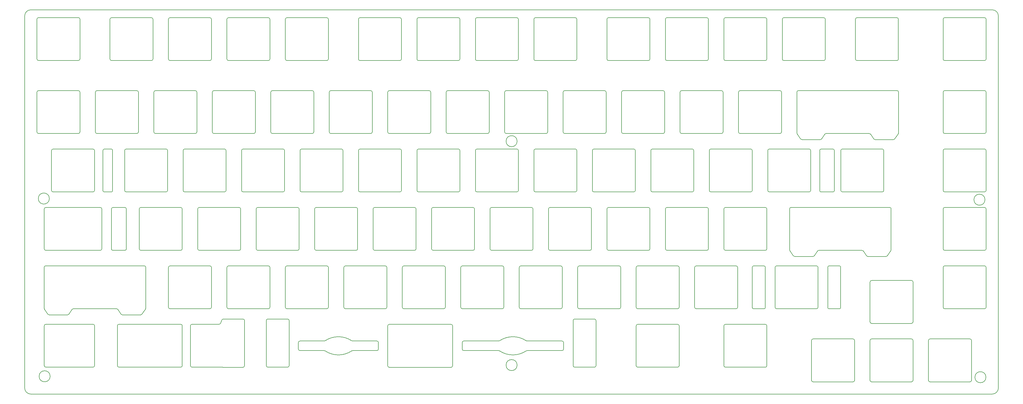
<source format=gm1>
G04 #@! TF.GenerationSoftware,KiCad,Pcbnew,(5.1.7)-1*
G04 #@! TF.CreationDate,2020-12-07T01:10:59-05:00*
G04 #@! TF.ProjectId,lckplate,6c636b70-6c61-4746-952e-6b696361645f,rev?*
G04 #@! TF.SameCoordinates,Original*
G04 #@! TF.FileFunction,Profile,NP*
%FSLAX46Y46*%
G04 Gerber Fmt 4.6, Leading zero omitted, Abs format (unit mm)*
G04 Created by KiCad (PCBNEW (5.1.7)-1) date 2020-12-07 01:10:59*
%MOMM*%
%LPD*%
G01*
G04 APERTURE LIST*
G04 #@! TA.AperFunction,Profile*
%ADD10C,0.200000*%
G04 #@! TD*
G04 APERTURE END LIST*
D10*
X-4480183Y-141909163D02*
X308795167Y-141909163D01*
X7930561Y-115877773D02*
G75*
G02*
X7516500Y-116097500I-414061J280273D01*
G01*
X100093317Y-127823483D02*
G75*
G02*
X100371165Y-127739176I277848J-415693D01*
G01*
X32867956Y-114205339D02*
X31751955Y-115875313D01*
X57351638Y-118830596D02*
X57809545Y-117730196D01*
X47540000Y-119638500D02*
G75*
G02*
X48040000Y-119138500I500000J0D01*
G01*
X57809545Y-117730196D02*
G75*
G02*
X58271172Y-117422292I461627J-192096D01*
G01*
X91410361Y-124523517D02*
G75*
G02*
X91132513Y-124607824I-277848J415693D01*
G01*
X172730157Y-133147280D02*
G75*
G02*
X172230157Y-132647280I0J500000D01*
G01*
X48040000Y-133138500D02*
G75*
G02*
X47540000Y-132638500I0J500000D01*
G01*
X253199911Y-58727673D02*
G75*
G02*
X252785850Y-58947400I-414061J280273D01*
G01*
X58157500Y-133138500D02*
X58157500Y-133173500D01*
X65157500Y-132673500D02*
G75*
G02*
X64657500Y-133173500I-500000J0D01*
G01*
X23504546Y-114097200D02*
G75*
G02*
X23820802Y-114252288I0J-400000D01*
G01*
X58157500Y-133173500D02*
X64657500Y-133173500D01*
X32951700Y-100498000D02*
X32951700Y-113960427D01*
X100371165Y-124607824D02*
G75*
G02*
X100093317Y-124523517I0J500000D01*
G01*
X83220877Y-127739176D02*
G75*
G02*
X82720877Y-127239176I0J500000D01*
G01*
X136587780Y-124607824D02*
X147981003Y-124607824D01*
X148258851Y-124523517D02*
G75*
G02*
X156941807Y-124523517I4341478J-6495363D01*
G01*
X157219655Y-127739176D02*
X168612878Y-127739176D01*
X72754820Y-133147280D02*
G75*
G02*
X72254820Y-132647280I0J500000D01*
G01*
X72254820Y-117922292D02*
G75*
G02*
X72754820Y-117422292I500000J0D01*
G01*
X136587780Y-127739176D02*
G75*
G02*
X136087780Y-127239176I0J500000D01*
G01*
X136087780Y-127239176D02*
X136087780Y-125107824D01*
X157219655Y-124607824D02*
G75*
G02*
X156941807Y-124523517I0J500000D01*
G01*
X169112878Y-127239176D02*
X169112878Y-125107824D01*
X-16321Y-114205339D02*
X1100911Y-115875503D01*
X65157500Y-132673500D02*
X65157500Y-117922292D01*
X56890011Y-119138500D02*
X48040000Y-119138500D01*
X179171515Y-117422292D02*
G75*
G02*
X179671515Y-117922292I0J-500000D01*
G01*
X169112878Y-127239176D02*
G75*
G02*
X168612878Y-127739176I-500000J0D01*
G01*
X25336500Y-116097500D02*
G75*
G02*
X24922600Y-115878012I0J500000D01*
G01*
X108782801Y-127239176D02*
G75*
G02*
X108282801Y-127739176I-500000J0D01*
G01*
X32951700Y-113960427D02*
G75*
G02*
X32867956Y-114205339I-400000J0D01*
G01*
X64657500Y-117422292D02*
G75*
G02*
X65157500Y-117922292I0J-500000D01*
G01*
X147981003Y-127739176D02*
X136587780Y-127739176D01*
X136087780Y-125107824D02*
G75*
G02*
X136587780Y-124607824I500000J0D01*
G01*
X156941807Y-127823483D02*
G75*
G02*
X157219655Y-127739176I277848J-415693D01*
G01*
X246785850Y-58947400D02*
X252785850Y-58947400D01*
X9030833Y-114252288D02*
X7930562Y-115877773D01*
X-16321Y-114205339D02*
G75*
G02*
X-100065Y-113960427I316256J244912D01*
G01*
X147981002Y-127739176D02*
G75*
G02*
X148258850Y-127823483I1J-500000D01*
G01*
X156941807Y-127823484D02*
G75*
G02*
X148258850Y-127823483I-4341478J6495364D01*
G01*
X1516501Y-116097500D02*
G75*
G02*
X1100911Y-115875503I-1J500000D01*
G01*
X57351638Y-118830596D02*
G75*
G02*
X56890011Y-119138500I-461627J192096D01*
G01*
X31751954Y-115875313D02*
G75*
G02*
X31336238Y-116097500I-415716J277813D01*
G01*
X172230157Y-117922292D02*
G75*
G02*
X172730157Y-117422292I500000J0D01*
G01*
X168612878Y-124607824D02*
X157219655Y-124607824D01*
X48040000Y-133138500D02*
X58157500Y-133138500D01*
X82720877Y-125107824D02*
G75*
G02*
X83220877Y-124607824I500000J0D01*
G01*
X79696178Y-132647280D02*
G75*
G02*
X79196178Y-133147280I-500000J0D01*
G01*
X179671515Y-132647280D02*
G75*
G02*
X179171515Y-133147280I-500000J0D01*
G01*
X47540000Y-119638500D02*
X47540000Y-132638500D01*
X79196178Y-117422292D02*
G75*
G02*
X79696178Y-117922292I0J-500000D01*
G01*
X9030833Y-114252288D02*
G75*
G02*
X9347089Y-114097200I316256J-244912D01*
G01*
X270605850Y-58947400D02*
X276605588Y-58947400D01*
X148258851Y-124523517D02*
G75*
G02*
X147981003Y-124607824I-277848J415693D01*
G01*
X168612878Y-124607824D02*
G75*
G02*
X169112878Y-125107824I0J-500000D01*
G01*
X32551700Y-100098000D02*
G75*
G02*
X32951700Y-100498000I0J-400000D01*
G01*
X91132513Y-127739176D02*
G75*
G02*
X91410361Y-127823483I0J-500000D01*
G01*
X108282801Y-124607824D02*
G75*
G02*
X108782801Y-125107824I0J-500000D01*
G01*
X299935Y-100098000D02*
X32551700Y-100098000D01*
X254616439Y-56947100D02*
X268773896Y-56947100D01*
X244404300Y-97047400D02*
X250404300Y-97047400D01*
X16283000Y-75497900D02*
G75*
G02*
X15783000Y-75997900I-500000J0D01*
G01*
X268224300Y-97047400D02*
G75*
G02*
X267810400Y-96827912I0J500000D01*
G01*
X268224300Y-97047400D02*
X274224038Y-97047400D01*
X82958100Y-94547500D02*
G75*
G02*
X82458100Y-95047500I-500000J0D01*
G01*
X242871479Y-95155239D02*
G75*
G02*
X242787735Y-94910327I316256J244912D01*
G01*
X25336500Y-116097500D02*
X31336238Y-116097500D01*
X21828428Y-81461365D02*
G75*
G02*
X22228428Y-81061365I400000J0D01*
G01*
X26614065Y-94660565D02*
G75*
G02*
X26214065Y-95060565I-400000J0D01*
G01*
X2283000Y-62497900D02*
G75*
G02*
X2783000Y-61997900I500000J0D01*
G01*
X275755756Y-95155239D02*
X274639755Y-96825213D01*
X251918633Y-95202188D02*
X250818362Y-96827673D01*
X245253029Y-57055239D02*
G75*
G02*
X245169285Y-56810327I316256J244912D01*
G01*
X2783000Y-75997900D02*
X15783000Y-75997900D01*
X278221050Y-43347900D02*
X278221050Y-56810327D01*
X255206857Y-100511465D02*
G75*
G02*
X255606857Y-100111465I400000J0D01*
G01*
X244404301Y-97047400D02*
G75*
G02*
X243988711Y-96825403I-1J500000D01*
G01*
X255606857Y-114110665D02*
G75*
G02*
X255206857Y-113710665I0J400000D01*
G01*
X254300183Y-57102188D02*
X253199912Y-58727673D01*
X278221050Y-56810327D02*
G75*
G02*
X278137306Y-57055239I-400000J0D01*
G01*
X242787735Y-81447900D02*
G75*
G02*
X243187735Y-81047900I400000J0D01*
G01*
X26614065Y-94660565D02*
X26614065Y-81461365D01*
X15783000Y-61997900D02*
X2783000Y-61997900D01*
X16283000Y-75497900D02*
X16283000Y-62497900D01*
X246785851Y-58947400D02*
G75*
G02*
X246370261Y-58725403I-1J500000D01*
G01*
X266708602Y-95202188D02*
X267810400Y-96827912D01*
X275839500Y-94910327D02*
G75*
G02*
X275755756Y-95155239I-400000J0D01*
G01*
X251918633Y-95202188D02*
G75*
G02*
X252234889Y-95047100I316256J-244912D01*
G01*
X69458100Y-95047500D02*
X82458100Y-95047500D01*
X26214065Y-81061365D02*
X22228428Y-81061365D01*
X275439500Y-81047900D02*
G75*
G02*
X275839500Y-81447900I0J-400000D01*
G01*
X259419949Y-113710665D02*
G75*
G02*
X259019949Y-114110665I-400000J0D01*
G01*
X1516500Y-116097500D02*
X7516500Y-116097500D01*
X269090152Y-57102188D02*
X270191950Y-58727912D01*
X245169285Y-56810327D02*
X245169285Y-43347900D01*
X277021304Y-58725213D02*
G75*
G02*
X276605588Y-58947400I-415716J277813D01*
G01*
X278137306Y-57055239D02*
X277021305Y-58725213D01*
X250818361Y-96827673D02*
G75*
G02*
X250404300Y-97047400I-414061J280273D01*
G01*
X242871479Y-95155239D02*
X243988711Y-96825403D01*
X252234889Y-95047100D02*
X266392346Y-95047100D01*
X2783000Y-75997900D02*
G75*
G02*
X2283000Y-75497900I0J500000D01*
G01*
X259019949Y-100111465D02*
X255606857Y-100111465D01*
X82958100Y-94547500D02*
X82958100Y-81547500D01*
X243187735Y-81047900D02*
X275439500Y-81047900D01*
X242787735Y-94910327D02*
X242787735Y-81447900D01*
X274639754Y-96825213D02*
G75*
G02*
X274224038Y-97047400I-415716J277813D01*
G01*
X266392346Y-95047100D02*
G75*
G02*
X266708602Y-95202188I0J-400000D01*
G01*
X259419949Y-113710665D02*
X259419949Y-100511465D01*
X255606857Y-114110665D02*
X259019949Y-114110665D01*
X15783000Y-61997900D02*
G75*
G02*
X16283000Y-62497900I0J-500000D01*
G01*
X2283000Y-62497900D02*
X2283000Y-75497900D01*
X22228428Y-95060565D02*
X26214065Y-95060565D01*
X82458100Y-81047500D02*
G75*
G02*
X82958100Y-81547500I0J-500000D01*
G01*
X26214065Y-81061365D02*
G75*
G02*
X26614065Y-81461365I0J-400000D01*
G01*
X270605850Y-58947400D02*
G75*
G02*
X270191950Y-58727912I0J500000D01*
G01*
X255206857Y-100511465D02*
X255206857Y-113710665D01*
X21828428Y-81461365D02*
X21828428Y-94660565D01*
X245253029Y-57055239D02*
X246370261Y-58725403D01*
X268773896Y-56947100D02*
G75*
G02*
X269090152Y-57102188I0J-400000D01*
G01*
X259019949Y-100111465D02*
G75*
G02*
X259419949Y-100511465I0J-400000D01*
G01*
X22228428Y-95060565D02*
G75*
G02*
X21828428Y-94660565I0J400000D01*
G01*
X275839500Y-81447900D02*
X275839500Y-94910327D01*
X254300183Y-57102188D02*
G75*
G02*
X254616439Y-56947100I316256J-244912D01*
G01*
X149633500Y-113597500D02*
X149633500Y-100597500D01*
X132470500Y-119173500D02*
G75*
G02*
X132970500Y-119673500I0J-500000D01*
G01*
X132970500Y-132673500D02*
G75*
G02*
X132470500Y-133173500I-500000J0D01*
G01*
X140395500Y-62497900D02*
X140395500Y-75497900D01*
X136133500Y-114097500D02*
X149133500Y-114097500D01*
X149133500Y-100097500D02*
X136133500Y-100097500D01*
X35320300Y-32661000D02*
X35320300Y-19661000D01*
X153895500Y-61997900D02*
X140895500Y-61997900D01*
X132970500Y-132673500D02*
X132970500Y-119673500D01*
X112307500Y-133173500D02*
X132470500Y-133173500D01*
X35320300Y-32661000D02*
G75*
G02*
X34820300Y-33161000I-500000J0D01*
G01*
X132470500Y-119173500D02*
X112307500Y-119173500D01*
X154395500Y-75497900D02*
X154395500Y-62497900D01*
X34820300Y-19161000D02*
G75*
G02*
X35320300Y-19661000I0J-500000D01*
G01*
X21320300Y-19661000D02*
X21320300Y-32661000D01*
X111807500Y-119673500D02*
G75*
G02*
X112307500Y-119173500I500000J0D01*
G01*
X69458100Y-95047500D02*
G75*
G02*
X68958100Y-94547500I0J500000D01*
G01*
X68958100Y-81547500D02*
X68958100Y-94547500D01*
X154395500Y-75497900D02*
G75*
G02*
X153895500Y-75997900I-500000J0D01*
G01*
X68958100Y-81547500D02*
G75*
G02*
X69458100Y-81047500I500000J0D01*
G01*
X34820300Y-19161000D02*
X21820300Y-19161000D01*
X282476500Y-123923500D02*
G75*
G02*
X282976500Y-124423500I0J-500000D01*
G01*
X306795500Y-94547500D02*
X306795500Y-81547500D01*
X82458100Y-81047500D02*
X69458100Y-81047500D01*
X306295500Y-81047500D02*
G75*
G02*
X306795500Y-81547500I0J-500000D01*
G01*
X306795500Y-94547500D02*
G75*
G02*
X306295500Y-95047500I-500000J0D01*
G01*
X293295500Y-95047500D02*
X306295500Y-95047500D01*
X188020500Y-43447900D02*
X188020500Y-56447900D01*
X136133500Y-114097500D02*
G75*
G02*
X135633500Y-113597500I0J500000D01*
G01*
X282976500Y-137423500D02*
G75*
G02*
X282476500Y-137923500I-500000J0D01*
G01*
X140395500Y-62497900D02*
G75*
G02*
X140895500Y-61997900I500000J0D01*
G01*
X293295500Y-95047500D02*
G75*
G02*
X292795500Y-94547500I0J500000D01*
G01*
X292795500Y-81547500D02*
X292795500Y-94547500D01*
X306295500Y-81047500D02*
X293295500Y-81047500D01*
X292795500Y-81547500D02*
G75*
G02*
X293295500Y-81047500I500000J0D01*
G01*
X282983500Y-118360500D02*
X282983500Y-105360500D01*
X188520500Y-56947900D02*
G75*
G02*
X188020500Y-56447900I0J500000D01*
G01*
X135633500Y-100597500D02*
X135633500Y-113597500D01*
X21320300Y-19661000D02*
G75*
G02*
X21820300Y-19161000I500000J0D01*
G01*
X140895500Y-75997900D02*
X153895500Y-75997900D01*
X21820300Y-33161000D02*
G75*
G02*
X21320300Y-32661000I0J500000D01*
G01*
X282483500Y-104860500D02*
G75*
G02*
X282983500Y-105360500I0J-500000D01*
G01*
X282983500Y-118360500D02*
G75*
G02*
X282483500Y-118860500I-500000J0D01*
G01*
X202020500Y-56447900D02*
G75*
G02*
X201520500Y-56947900I-500000J0D01*
G01*
X153895500Y-61997900D02*
G75*
G02*
X154395500Y-62497900I0J-500000D01*
G01*
X111807500Y-119673500D02*
X111807500Y-132673500D01*
X282976500Y-137423500D02*
X282976500Y-124423500D01*
X269476500Y-137923500D02*
X282476500Y-137923500D01*
X269483500Y-118860500D02*
X282483500Y-118860500D01*
X149133500Y-100097500D02*
G75*
G02*
X149633500Y-100597500I0J-500000D01*
G01*
X140895500Y-75997900D02*
G75*
G02*
X140395500Y-75497900I0J500000D01*
G01*
X269483500Y-118860500D02*
G75*
G02*
X268983500Y-118360500I0J500000D01*
G01*
X112307500Y-133173500D02*
G75*
G02*
X111807500Y-132673500I0J500000D01*
G01*
X268983500Y-105360500D02*
X268983500Y-118360500D01*
X149633500Y-113597500D02*
G75*
G02*
X149133500Y-114097500I-500000J0D01*
G01*
X282483500Y-104860500D02*
X269483500Y-104860500D01*
X21820300Y-33161000D02*
X34820300Y-33161000D01*
X135633500Y-100597500D02*
G75*
G02*
X136133500Y-100097500I500000J0D01*
G01*
X268983500Y-105360500D02*
G75*
G02*
X269483500Y-104860500I500000J0D01*
G01*
X201520500Y-42947900D02*
G75*
G02*
X202020500Y-43447900I0J-500000D01*
G01*
X202020500Y-56447900D02*
X202020500Y-43447900D01*
X188520500Y-56947900D02*
X201520500Y-56947900D01*
X188020500Y-43447900D02*
G75*
G02*
X188520500Y-42947900I500000J0D01*
G01*
X201520500Y-42947900D02*
X188520500Y-42947900D01*
X73433100Y-113597500D02*
G75*
G02*
X72933100Y-114097500I-500000J0D01*
G01*
X45145500Y-62497900D02*
G75*
G02*
X45645500Y-61997900I500000J0D01*
G01*
X72933100Y-100097500D02*
G75*
G02*
X73433100Y-100597500I0J-500000D01*
G01*
X269476500Y-137923500D02*
G75*
G02*
X268976500Y-137423500I0J500000D01*
G01*
X259957500Y-75997900D02*
X272957500Y-75997900D01*
X183258500Y-81547500D02*
G75*
G02*
X183758500Y-81047500I500000J0D01*
G01*
X226620500Y-56947900D02*
G75*
G02*
X226120500Y-56447900I0J500000D01*
G01*
X59145500Y-75497900D02*
G75*
G02*
X58645500Y-75997900I-500000J0D01*
G01*
X197258500Y-94547500D02*
G75*
G02*
X196758500Y-95047500I-500000J0D01*
G01*
X72933100Y-100097500D02*
X59933100Y-100097500D01*
X235358500Y-94547500D02*
G75*
G02*
X234858500Y-95047500I-500000J0D01*
G01*
X268976500Y-124423500D02*
X268976500Y-137423500D01*
X221070500Y-56447900D02*
G75*
G02*
X220570500Y-56947900I-500000J0D01*
G01*
X59433100Y-100597500D02*
G75*
G02*
X59933100Y-100097500I500000J0D01*
G01*
X58645500Y-61997900D02*
X45645500Y-61997900D01*
X239620500Y-42947900D02*
G75*
G02*
X240120500Y-43447900I0J-500000D01*
G01*
X59933100Y-114097500D02*
X72933100Y-114097500D01*
X87720500Y-56447900D02*
X87720500Y-43447900D01*
X240120500Y-56447900D02*
X240120500Y-43447900D01*
X207570500Y-56947900D02*
G75*
G02*
X207070500Y-56447900I0J500000D01*
G01*
X220570500Y-42947900D02*
X207570500Y-42947900D01*
X226120500Y-43447900D02*
G75*
G02*
X226620500Y-42947900I500000J0D01*
G01*
X221358500Y-81547500D02*
X221358500Y-94547500D01*
X183758500Y-95047500D02*
X196758500Y-95047500D01*
X45145500Y-62497900D02*
X45145500Y-75497900D01*
X272957500Y-61997900D02*
G75*
G02*
X273457500Y-62497900I0J-500000D01*
G01*
X259957500Y-75997900D02*
G75*
G02*
X259457500Y-75497900I0J500000D01*
G01*
X207070500Y-43447900D02*
G75*
G02*
X207570500Y-42947900I500000J0D01*
G01*
X196758500Y-81047500D02*
X183758500Y-81047500D01*
X207570500Y-56947900D02*
X220570500Y-56947900D01*
X45645500Y-75997900D02*
X58645500Y-75997900D01*
X74220500Y-56947900D02*
X87220500Y-56947900D01*
X207070500Y-43447900D02*
X207070500Y-56447900D01*
X273457500Y-75497900D02*
G75*
G02*
X272957500Y-75997900I-500000J0D01*
G01*
X59433100Y-100597500D02*
X59433100Y-113597500D01*
X268976500Y-124423500D02*
G75*
G02*
X269476500Y-123923500I500000J0D01*
G01*
X282476500Y-123923500D02*
X269476500Y-123923500D01*
X273457500Y-75497900D02*
X273457500Y-62497900D01*
X259457500Y-62497900D02*
G75*
G02*
X259957500Y-61997900I500000J0D01*
G01*
X272957500Y-61997900D02*
X259957500Y-61997900D01*
X226620500Y-56947900D02*
X239620500Y-56947900D01*
X196758500Y-81047500D02*
G75*
G02*
X197258500Y-81547500I0J-500000D01*
G01*
X226120500Y-43447900D02*
X226120500Y-56447900D01*
X183258500Y-81547500D02*
X183258500Y-94547500D01*
X45645500Y-75997900D02*
G75*
G02*
X45145500Y-75497900I0J500000D01*
G01*
X221858500Y-95047500D02*
G75*
G02*
X221358500Y-94547500I0J500000D01*
G01*
X197258500Y-94547500D02*
X197258500Y-81547500D01*
X234858500Y-81047500D02*
G75*
G02*
X235358500Y-81547500I0J-500000D01*
G01*
X87720500Y-56447900D02*
G75*
G02*
X87220500Y-56947900I-500000J0D01*
G01*
X221858500Y-95047500D02*
X234858500Y-95047500D01*
X234858500Y-81047500D02*
X221858500Y-81047500D01*
X87220500Y-42947900D02*
G75*
G02*
X87720500Y-43447900I0J-500000D01*
G01*
X239620500Y-42947900D02*
X226620500Y-42947900D01*
X183758500Y-95047500D02*
G75*
G02*
X183258500Y-94547500I0J500000D01*
G01*
X73433100Y-113597500D02*
X73433100Y-100597500D01*
X259457500Y-62497900D02*
X259457500Y-75497900D01*
X240120500Y-56447900D02*
G75*
G02*
X239620500Y-56947900I-500000J0D01*
G01*
X59145500Y-75497900D02*
X59145500Y-62497900D01*
X58645500Y-61997900D02*
G75*
G02*
X59145500Y-62497900I0J-500000D01*
G01*
X221358500Y-81547500D02*
G75*
G02*
X221858500Y-81047500I500000J0D01*
G01*
X220570500Y-42947900D02*
G75*
G02*
X221070500Y-43447900I0J-500000D01*
G01*
X221070500Y-56447900D02*
X221070500Y-43447900D01*
X59933100Y-114097500D02*
G75*
G02*
X59433100Y-113597500I0J500000D01*
G01*
X235358500Y-94547500D02*
X235358500Y-81547500D01*
X198045500Y-75997900D02*
G75*
G02*
X197545500Y-75497900I0J500000D01*
G01*
X235344500Y-32661000D02*
X235344500Y-19661000D01*
X221344500Y-19661000D02*
X221344500Y-32661000D01*
X192783500Y-100597500D02*
G75*
G02*
X193283500Y-100097500I500000J0D01*
G01*
X116295500Y-75497900D02*
G75*
G02*
X115795500Y-75997900I-500000J0D01*
G01*
X193283500Y-114097500D02*
X206283500Y-114097500D01*
X211833500Y-100597500D02*
X211833500Y-113597500D01*
X225833500Y-113597500D02*
G75*
G02*
X225333500Y-114097500I-500000J0D01*
G01*
X73720500Y-43447900D02*
X73720500Y-56447900D01*
X159932500Y-33161000D02*
G75*
G02*
X159432500Y-32661000I0J500000D01*
G01*
X206783500Y-113597500D02*
G75*
G02*
X206283500Y-114097500I-500000J0D01*
G01*
X73720500Y-43447900D02*
G75*
G02*
X74220500Y-42947900I500000J0D01*
G01*
X54383100Y-113597500D02*
X54383100Y-100597500D01*
X211545500Y-75497900D02*
X211545500Y-62497900D01*
X197545500Y-62497900D02*
G75*
G02*
X198045500Y-61997900I500000J0D01*
G01*
X159432500Y-19661000D02*
G75*
G02*
X159932500Y-19161000I500000J0D01*
G01*
X225833500Y-113597500D02*
X225833500Y-100597500D01*
X163920500Y-56447900D02*
X163920500Y-43447900D01*
X193283500Y-114097500D02*
G75*
G02*
X192783500Y-113597500I0J500000D01*
G01*
X234844500Y-19161000D02*
G75*
G02*
X235344500Y-19661000I0J-500000D01*
G01*
X234844500Y-19161000D02*
X221844500Y-19161000D01*
X116295500Y-75497900D02*
X116295500Y-62497900D01*
X150420500Y-56947900D02*
X163420500Y-56947900D01*
X163420500Y-42947900D02*
X150420500Y-42947900D01*
X40883100Y-114097500D02*
X53883100Y-114097500D01*
X212333500Y-114097500D02*
X225333500Y-114097500D01*
X40883100Y-114097500D02*
G75*
G02*
X40383100Y-113597500I0J500000D01*
G01*
X212333500Y-114097500D02*
G75*
G02*
X211833500Y-113597500I0J500000D01*
G01*
X40383100Y-100597500D02*
X40383100Y-113597500D01*
X40383100Y-100597500D02*
G75*
G02*
X40883100Y-100097500I500000J0D01*
G01*
X211045500Y-61997900D02*
G75*
G02*
X211545500Y-62497900I0J-500000D01*
G01*
X206283500Y-100097500D02*
G75*
G02*
X206783500Y-100597500I0J-500000D01*
G01*
X211545500Y-75497900D02*
G75*
G02*
X211045500Y-75997900I-500000J0D01*
G01*
X206283500Y-100097500D02*
X193283500Y-100097500D01*
X149920500Y-43447900D02*
G75*
G02*
X150420500Y-42947900I500000J0D01*
G01*
X159432500Y-19661000D02*
X159432500Y-32661000D01*
X192783500Y-100597500D02*
X192783500Y-113597500D01*
X225333500Y-100097500D02*
X212333500Y-100097500D01*
X221844500Y-33161000D02*
G75*
G02*
X221344500Y-32661000I0J500000D01*
G01*
X221344500Y-19661000D02*
G75*
G02*
X221844500Y-19161000I500000J0D01*
G01*
X102795500Y-75997900D02*
X115795500Y-75997900D01*
X197545500Y-62497900D02*
X197545500Y-75497900D01*
X172932500Y-19161000D02*
X159932500Y-19161000D01*
X172932500Y-19161000D02*
G75*
G02*
X173432500Y-19661000I0J-500000D01*
G01*
X173432500Y-32661000D02*
X173432500Y-19661000D01*
X206783500Y-113597500D02*
X206783500Y-100597500D01*
X211833500Y-100597500D02*
G75*
G02*
X212333500Y-100097500I500000J0D01*
G01*
X225333500Y-100097500D02*
G75*
G02*
X225833500Y-100597500I0J-500000D01*
G01*
X74220500Y-56947900D02*
G75*
G02*
X73720500Y-56447900I0J500000D01*
G01*
X159932500Y-33161000D02*
X172932500Y-33161000D01*
X235344500Y-32661000D02*
G75*
G02*
X234844500Y-33161000I-500000J0D01*
G01*
X87220500Y-42947900D02*
X74220500Y-42947900D01*
X53883100Y-100097500D02*
G75*
G02*
X54383100Y-100597500I0J-500000D01*
G01*
X54383100Y-113597500D02*
G75*
G02*
X53883100Y-114097500I-500000J0D01*
G01*
X150420500Y-56947900D02*
G75*
G02*
X149920500Y-56447900I0J500000D01*
G01*
X173432500Y-32661000D02*
G75*
G02*
X172932500Y-33161000I-500000J0D01*
G01*
X53883100Y-100097500D02*
X40883100Y-100097500D01*
X198045500Y-75997900D02*
X211045500Y-75997900D01*
X211045500Y-61997900D02*
X198045500Y-61997900D01*
X163420500Y-42947900D02*
G75*
G02*
X163920500Y-43447900I0J-500000D01*
G01*
X221844500Y-33161000D02*
X234844500Y-33161000D01*
X163920500Y-56447900D02*
G75*
G02*
X163420500Y-56947900I-500000J0D01*
G01*
X149920500Y-43447900D02*
X149920500Y-56447900D01*
X115795500Y-61997900D02*
G75*
G02*
X116295500Y-62497900I0J-500000D01*
G01*
X202794500Y-33161000D02*
X215794500Y-33161000D01*
X216308500Y-94547500D02*
X216308500Y-81547500D01*
X293295500Y-75997900D02*
X306295500Y-75997900D01*
X215808500Y-81047500D02*
X202808500Y-81047500D01*
X306795500Y-75497900D02*
X306795500Y-62497900D01*
X306795500Y-75497900D02*
G75*
G02*
X306295500Y-75997900I-500000J0D01*
G01*
X145658500Y-95047500D02*
X158658500Y-95047500D01*
X292795500Y-62497900D02*
X292795500Y-75497900D01*
X145658500Y-95047500D02*
G75*
G02*
X145158500Y-94547500I0J500000D01*
G01*
X158658500Y-81047500D02*
X145658500Y-81047500D01*
X140882500Y-33161000D02*
G75*
G02*
X140382500Y-32661000I0J500000D01*
G01*
X202294500Y-19661000D02*
X202294500Y-32661000D01*
X215794500Y-19161000D02*
X202794500Y-19161000D01*
X158658500Y-81047500D02*
G75*
G02*
X159158500Y-81547500I0J-500000D01*
G01*
X145158500Y-81547500D02*
G75*
G02*
X145658500Y-81047500I500000J0D01*
G01*
X26595500Y-75997900D02*
X39595500Y-75997900D01*
X292795500Y-62497900D02*
G75*
G02*
X293295500Y-61997900I500000J0D01*
G01*
X39595500Y-61997900D02*
G75*
G02*
X40095500Y-62497900I0J-500000D01*
G01*
X140382500Y-19661000D02*
G75*
G02*
X140882500Y-19161000I500000J0D01*
G01*
X292795500Y-43447900D02*
G75*
G02*
X293295500Y-42947900I500000J0D01*
G01*
X159158500Y-94547500D02*
X159158500Y-81547500D01*
X140382500Y-19661000D02*
X140382500Y-32661000D01*
X292795500Y-43447900D02*
X292795500Y-56447900D01*
X154382500Y-32661000D02*
G75*
G02*
X153882500Y-33161000I-500000J0D01*
G01*
X40095500Y-75497900D02*
G75*
G02*
X39595500Y-75997900I-500000J0D01*
G01*
X115795500Y-61997900D02*
X102795500Y-61997900D01*
X249926500Y-124423500D02*
X249926500Y-137423500D01*
X263426500Y-123923500D02*
G75*
G02*
X263926500Y-124423500I0J-500000D01*
G01*
X263926500Y-137423500D02*
X263926500Y-124423500D01*
X250426500Y-137923500D02*
G75*
G02*
X249926500Y-137423500I0J500000D01*
G01*
X306295500Y-61997900D02*
X293295500Y-61997900D01*
X153882500Y-19161000D02*
G75*
G02*
X154382500Y-19661000I0J-500000D01*
G01*
X306795500Y-56447900D02*
X306795500Y-43447900D01*
X140882500Y-33161000D02*
X153882500Y-33161000D01*
X306295500Y-42947900D02*
X293295500Y-42947900D01*
X102295500Y-62497900D02*
X102295500Y-75497900D01*
X202808500Y-95047500D02*
X215808500Y-95047500D01*
X202308500Y-81547500D02*
X202308500Y-94547500D01*
X293295500Y-56947900D02*
G75*
G02*
X292795500Y-56447900I0J500000D01*
G01*
X263926500Y-137423500D02*
G75*
G02*
X263426500Y-137923500I-500000J0D01*
G01*
X306295500Y-61997900D02*
G75*
G02*
X306795500Y-62497900I0J-500000D01*
G01*
X154382500Y-32661000D02*
X154382500Y-19661000D01*
X249926500Y-124423500D02*
G75*
G02*
X250426500Y-123923500I500000J0D01*
G01*
X306795500Y-56447900D02*
G75*
G02*
X306295500Y-56947900I-500000J0D01*
G01*
X293295500Y-56947900D02*
X306295500Y-56947900D01*
X102795500Y-75997900D02*
G75*
G02*
X102295500Y-75497900I0J500000D01*
G01*
X102295500Y-62497900D02*
G75*
G02*
X102795500Y-61997900I500000J0D01*
G01*
X159158500Y-94547500D02*
G75*
G02*
X158658500Y-95047500I-500000J0D01*
G01*
X250426500Y-137923500D02*
X263426500Y-137923500D01*
X216308500Y-94547500D02*
G75*
G02*
X215808500Y-95047500I-500000J0D01*
G01*
X202808500Y-95047500D02*
G75*
G02*
X202308500Y-94547500I0J500000D01*
G01*
X306295500Y-42947900D02*
G75*
G02*
X306795500Y-43447900I0J-500000D01*
G01*
X216294500Y-32661000D02*
X216294500Y-19661000D01*
X202294500Y-19661000D02*
G75*
G02*
X202794500Y-19161000I500000J0D01*
G01*
X293295500Y-75997900D02*
G75*
G02*
X292795500Y-75497900I0J500000D01*
G01*
X145158500Y-81547500D02*
X145158500Y-94547500D01*
X153882500Y-19161000D02*
X140882500Y-19161000D01*
X202794500Y-33161000D02*
G75*
G02*
X202294500Y-32661000I0J500000D01*
G01*
X215794500Y-19161000D02*
G75*
G02*
X216294500Y-19661000I0J-500000D01*
G01*
X40095500Y-75497900D02*
X40095500Y-62497900D01*
X263426500Y-123923500D02*
X250426500Y-123923500D01*
X215808500Y-81047500D02*
G75*
G02*
X216308500Y-81547500I0J-500000D01*
G01*
X216294500Y-32661000D02*
G75*
G02*
X215794500Y-33161000I-500000J0D01*
G01*
X202308500Y-81547500D02*
G75*
G02*
X202808500Y-81047500I500000J0D01*
G01*
X301526500Y-123923500D02*
G75*
G02*
X302026500Y-124423500I0J-500000D01*
G01*
X302026500Y-137423500D02*
G75*
G02*
X301526500Y-137923500I-500000J0D01*
G01*
X288526500Y-137923500D02*
X301526500Y-137923500D01*
X134832500Y-19161000D02*
G75*
G02*
X135332500Y-19661000I0J-500000D01*
G01*
X251527500Y-100097500D02*
G75*
G02*
X252027500Y-100597500I0J-500000D01*
G01*
X288026500Y-124423500D02*
G75*
G02*
X288526500Y-123923500I500000J0D01*
G01*
X121832500Y-33161000D02*
G75*
G02*
X121332500Y-32661000I0J500000D01*
G01*
X121332500Y-19661000D02*
G75*
G02*
X121832500Y-19161000I500000J0D01*
G01*
X238027500Y-100597500D02*
G75*
G02*
X238527500Y-100097500I500000J0D01*
G01*
X238527500Y-114097500D02*
G75*
G02*
X238027500Y-113597500I0J500000D01*
G01*
X251527500Y-100097500D02*
X238527500Y-100097500D01*
X288026500Y-124423500D02*
X288026500Y-137423500D01*
X121832500Y-33161000D02*
X134832500Y-33161000D01*
X238027500Y-100597500D02*
X238027500Y-113597500D01*
X249645500Y-75497900D02*
G75*
G02*
X249145500Y-75997900I-500000J0D01*
G01*
X16570500Y-43447900D02*
X16570500Y-56447900D01*
X15799000Y-119138500D02*
G75*
G02*
X16299000Y-119638500I0J-500000D01*
G01*
X-82200Y-119638500D02*
G75*
G02*
X417800Y-119138500I500000J0D01*
G01*
X26595500Y-75997900D02*
G75*
G02*
X26095500Y-75497900I0J500000D01*
G01*
X26095500Y-62497900D02*
X26095500Y-75497900D01*
X26095500Y-62497900D02*
G75*
G02*
X26595500Y-61997900I500000J0D01*
G01*
X39595500Y-61997900D02*
X26595500Y-61997900D01*
X40370300Y-19661000D02*
G75*
G02*
X40870300Y-19161000I500000J0D01*
G01*
X40870300Y-33161000D02*
X53870300Y-33161000D01*
X30070500Y-42947900D02*
G75*
G02*
X30570500Y-43447900I0J-500000D01*
G01*
X30570500Y-56447900D02*
X30570500Y-43447900D01*
X30570500Y-56447900D02*
G75*
G02*
X30070500Y-56947900I-500000J0D01*
G01*
X17070500Y-56947900D02*
X30070500Y-56947900D01*
X97245500Y-75497900D02*
G75*
G02*
X96745500Y-75997900I-500000J0D01*
G01*
X135332500Y-32661000D02*
G75*
G02*
X134832500Y-33161000I-500000J0D01*
G01*
X252027500Y-113597500D02*
X252027500Y-100597500D01*
X53870300Y-19161000D02*
G75*
G02*
X54370300Y-19661000I0J-500000D01*
G01*
X17070500Y-56947900D02*
G75*
G02*
X16570500Y-56447900I0J500000D01*
G01*
X83745500Y-75997900D02*
G75*
G02*
X83245500Y-75497900I0J500000D01*
G01*
X16299000Y-132638500D02*
G75*
G02*
X15799000Y-133138500I-500000J0D01*
G01*
X83245500Y-62497900D02*
G75*
G02*
X83745500Y-61997900I500000J0D01*
G01*
X135332500Y-32661000D02*
X135332500Y-19661000D01*
X16570500Y-43447900D02*
G75*
G02*
X17070500Y-42947900I500000J0D01*
G01*
X236145500Y-75997900D02*
X249145500Y-75997900D01*
X252027500Y-113597500D02*
G75*
G02*
X251527500Y-114097500I-500000J0D01*
G01*
X249645500Y-75497900D02*
X249645500Y-62497900D01*
X96745500Y-61997900D02*
G75*
G02*
X97245500Y-62497900I0J-500000D01*
G01*
X83245500Y-62497900D02*
X83245500Y-75497900D01*
X30070500Y-42947900D02*
X17070500Y-42947900D01*
X16299000Y-132638500D02*
X16299000Y-119638500D01*
X97245500Y-75497900D02*
X97245500Y-62497900D01*
X301526500Y-123923500D02*
X288526500Y-123923500D01*
X96745500Y-61997900D02*
X83745500Y-61997900D01*
X15799000Y-119138500D02*
X417800Y-119138500D01*
X-82200Y-119638500D02*
X-82200Y-132638500D01*
X121332500Y-19661000D02*
X121332500Y-32661000D01*
X54370300Y-32661000D02*
X54370300Y-19661000D01*
X40370300Y-19661000D02*
X40370300Y-32661000D01*
X40870300Y-33161000D02*
G75*
G02*
X40370300Y-32661000I0J500000D01*
G01*
X134832500Y-19161000D02*
X121832500Y-19161000D01*
X288526500Y-137923500D02*
G75*
G02*
X288026500Y-137423500I0J500000D01*
G01*
X249145500Y-61997900D02*
G75*
G02*
X249645500Y-62497900I0J-500000D01*
G01*
X238527500Y-114097500D02*
X251527500Y-114097500D01*
X417800Y-133138500D02*
X15799000Y-133138500D01*
X417800Y-133138500D02*
G75*
G02*
X-82200Y-132638500I0J500000D01*
G01*
X302026500Y-137423500D02*
X302026500Y-124423500D01*
X54370300Y-32661000D02*
G75*
G02*
X53870300Y-33161000I-500000J0D01*
G01*
X53870300Y-19161000D02*
X40870300Y-19161000D01*
X83745500Y-75997900D02*
X96745500Y-75997900D01*
X97533500Y-100597500D02*
G75*
G02*
X98033500Y-100097500I500000J0D01*
G01*
X36120500Y-56947900D02*
G75*
G02*
X35620500Y-56447900I0J500000D01*
G01*
X126608500Y-95047500D02*
X139608500Y-95047500D01*
X68670500Y-56447900D02*
G75*
G02*
X68170500Y-56947900I-500000J0D01*
G01*
X55170500Y-56947900D02*
G75*
G02*
X54670500Y-56447900I0J500000D01*
G01*
X98033500Y-114097500D02*
X111033500Y-114097500D01*
X144370500Y-42947900D02*
G75*
G02*
X144870500Y-43447900I0J-500000D01*
G01*
X168683500Y-113597500D02*
X168683500Y-100597500D01*
X168183500Y-100097500D02*
X155183500Y-100097500D01*
X139608500Y-81047500D02*
X126608500Y-81047500D01*
X111033500Y-100097500D02*
X98033500Y-100097500D01*
X106770500Y-56447900D02*
X106770500Y-43447900D01*
X35620500Y-43447900D02*
G75*
G02*
X36120500Y-42947900I500000J0D01*
G01*
X236145500Y-75997900D02*
G75*
G02*
X235645500Y-75497900I0J500000D01*
G01*
X126608500Y-95047500D02*
G75*
G02*
X126108500Y-94547500I0J500000D01*
G01*
X249145500Y-61997900D02*
X236145500Y-61997900D01*
X130870500Y-43447900D02*
X130870500Y-56447900D01*
X49120500Y-42947900D02*
X36120500Y-42947900D01*
X130870500Y-43447900D02*
G75*
G02*
X131370500Y-42947900I500000J0D01*
G01*
X235645500Y-62497900D02*
X235645500Y-75497900D01*
X54670500Y-43447900D02*
X54670500Y-56447900D01*
X155183500Y-114097500D02*
X168183500Y-114097500D01*
X116282500Y-32661000D02*
G75*
G02*
X115782500Y-33161000I-500000J0D01*
G01*
X111033500Y-100097500D02*
G75*
G02*
X111533500Y-100597500I0J-500000D01*
G01*
X140108500Y-94547500D02*
G75*
G02*
X139608500Y-95047500I-500000J0D01*
G01*
X235645500Y-62497900D02*
G75*
G02*
X236145500Y-61997900I500000J0D01*
G01*
X55170500Y-56947900D02*
X68170500Y-56947900D01*
X68170500Y-42947900D02*
X55170500Y-42947900D01*
X92770500Y-43447900D02*
X92770500Y-56447900D01*
X98033500Y-114097500D02*
G75*
G02*
X97533500Y-113597500I0J500000D01*
G01*
X139608500Y-81047500D02*
G75*
G02*
X140108500Y-81547500I0J-500000D01*
G01*
X106770500Y-56447900D02*
G75*
G02*
X106270500Y-56947900I-500000J0D01*
G01*
X144870500Y-56447900D02*
X144870500Y-43447900D01*
X106270500Y-42947900D02*
X93270500Y-42947900D01*
X49120500Y-42947900D02*
G75*
G02*
X49620500Y-43447900I0J-500000D01*
G01*
X35620500Y-43447900D02*
X35620500Y-56447900D01*
X68170500Y-42947900D02*
G75*
G02*
X68670500Y-43447900I0J-500000D01*
G01*
X68670500Y-56447900D02*
X68670500Y-43447900D01*
X54670500Y-43447900D02*
G75*
G02*
X55170500Y-42947900I500000J0D01*
G01*
X106270500Y-42947900D02*
G75*
G02*
X106770500Y-43447900I0J-500000D01*
G01*
X92770500Y-43447900D02*
G75*
G02*
X93270500Y-42947900I500000J0D01*
G01*
X126108500Y-81547500D02*
X126108500Y-94547500D01*
X168183500Y-100097500D02*
G75*
G02*
X168683500Y-100597500I0J-500000D01*
G01*
X111533500Y-113597500D02*
G75*
G02*
X111033500Y-114097500I-500000J0D01*
G01*
X93270500Y-56947900D02*
G75*
G02*
X92770500Y-56447900I0J500000D01*
G01*
X116282500Y-32661000D02*
X116282500Y-19661000D01*
X131370500Y-56947900D02*
X144370500Y-56947900D01*
X131370500Y-56947900D02*
G75*
G02*
X130870500Y-56447900I0J500000D01*
G01*
X140108500Y-94547500D02*
X140108500Y-81547500D01*
X97533500Y-100597500D02*
X97533500Y-113597500D01*
X115782500Y-19161000D02*
G75*
G02*
X116282500Y-19661000I0J-500000D01*
G01*
X126108500Y-81547500D02*
G75*
G02*
X126608500Y-81047500I500000J0D01*
G01*
X155183500Y-114097500D02*
G75*
G02*
X154683500Y-113597500I0J500000D01*
G01*
X111533500Y-113597500D02*
X111533500Y-100597500D01*
X168683500Y-113597500D02*
G75*
G02*
X168183500Y-114097500I-500000J0D01*
G01*
X49620500Y-56447900D02*
X49620500Y-43447900D01*
X144370500Y-42947900D02*
X131370500Y-42947900D01*
X154683500Y-100597500D02*
G75*
G02*
X155183500Y-100097500I500000J0D01*
G01*
X49620500Y-56447900D02*
G75*
G02*
X49120500Y-56947900I-500000J0D01*
G01*
X144870500Y-56447900D02*
G75*
G02*
X144370500Y-56947900I-500000J0D01*
G01*
X102782500Y-33161000D02*
X115782500Y-33161000D01*
X154683500Y-100597500D02*
X154683500Y-113597500D01*
X93270500Y-56947900D02*
X106270500Y-56947900D01*
X36120500Y-56947900D02*
X49120500Y-56947900D01*
X92483100Y-113597500D02*
G75*
G02*
X91983100Y-114097500I-500000J0D01*
G01*
X111820500Y-43447900D02*
X111820500Y-56447900D01*
X78483100Y-100597500D02*
G75*
G02*
X78983100Y-100097500I500000J0D01*
G01*
X77695500Y-61997900D02*
X64695500Y-61997900D01*
X112320500Y-56947900D02*
X125320500Y-56947900D01*
X64695500Y-75997900D02*
G75*
G02*
X64195500Y-75497900I0J500000D01*
G01*
X168970500Y-43447900D02*
G75*
G02*
X169470500Y-42947900I500000J0D01*
G01*
X169470500Y-56947900D02*
X182470500Y-56947900D01*
X217095500Y-75997900D02*
G75*
G02*
X216595500Y-75497900I0J500000D01*
G01*
X125320500Y-42947900D02*
X112320500Y-42947900D01*
X64695500Y-75997900D02*
X77695500Y-75997900D01*
X11520500Y-32635600D02*
X11520500Y-19635600D01*
X216595500Y-62497900D02*
G75*
G02*
X217095500Y-61997900I500000J0D01*
G01*
X11520500Y-32635600D02*
G75*
G02*
X11020500Y-33135600I-500000J0D01*
G01*
X230095500Y-61997900D02*
X217095500Y-61997900D01*
X278215500Y-32661000D02*
G75*
G02*
X277715500Y-33161000I-500000J0D01*
G01*
X182970500Y-56447900D02*
G75*
G02*
X182470500Y-56947900I-500000J0D01*
G01*
X64195500Y-62497900D02*
X64195500Y-75497900D01*
X92483100Y-113597500D02*
X92483100Y-100597500D01*
X125320500Y-42947900D02*
G75*
G02*
X125820500Y-43447900I0J-500000D01*
G01*
X293290500Y-33161000D02*
G75*
G02*
X292790500Y-32661000I0J500000D01*
G01*
X125820500Y-56447900D02*
G75*
G02*
X125320500Y-56947900I-500000J0D01*
G01*
X264715500Y-33161000D02*
G75*
G02*
X264215500Y-32661000I0J500000D01*
G01*
X77695500Y-61997900D02*
G75*
G02*
X78195500Y-62497900I0J-500000D01*
G01*
X277715500Y-19161000D02*
X264715500Y-19161000D01*
X169470500Y-56947900D02*
G75*
G02*
X168970500Y-56447900I0J500000D01*
G01*
X292790500Y-19661000D02*
G75*
G02*
X293290500Y-19161000I500000J0D01*
G01*
X168970500Y-43447900D02*
X168970500Y-56447900D01*
X78195500Y-75497900D02*
X78195500Y-62497900D01*
X306790500Y-32661000D02*
X306790500Y-19661000D01*
X292790500Y-19661000D02*
X292790500Y-32661000D01*
X306790500Y-32661000D02*
G75*
G02*
X306290500Y-33161000I-500000J0D01*
G01*
X182470500Y-42947900D02*
G75*
G02*
X182970500Y-43447900I0J-500000D01*
G01*
X306290500Y-19161000D02*
G75*
G02*
X306790500Y-19661000I0J-500000D01*
G01*
X64195500Y-62497900D02*
G75*
G02*
X64695500Y-61997900I500000J0D01*
G01*
X91983100Y-100097500D02*
G75*
G02*
X92483100Y-100597500I0J-500000D01*
G01*
X78483100Y-100597500D02*
X78483100Y-113597500D01*
X91983100Y-100097500D02*
X78983100Y-100097500D01*
X112320500Y-56947900D02*
G75*
G02*
X111820500Y-56447900I0J500000D01*
G01*
X293290500Y-33161000D02*
X306290500Y-33161000D01*
X111820500Y-43447900D02*
G75*
G02*
X112320500Y-42947900I500000J0D01*
G01*
X102782500Y-33161000D02*
G75*
G02*
X102282500Y-32661000I0J500000D01*
G01*
X277715500Y-19161000D02*
G75*
G02*
X278215500Y-19661000I0J-500000D01*
G01*
X306290500Y-19161000D02*
X293290500Y-19161000D01*
X102282500Y-19661000D02*
X102282500Y-32661000D01*
X78195500Y-75497900D02*
G75*
G02*
X77695500Y-75997900I-500000J0D01*
G01*
X182470500Y-42947900D02*
X169470500Y-42947900D01*
X182970500Y-56447900D02*
X182970500Y-43447900D01*
X102282500Y-19661000D02*
G75*
G02*
X102782500Y-19161000I500000J0D01*
G01*
X115782500Y-19161000D02*
X102782500Y-19161000D01*
X78983100Y-114097500D02*
X91983100Y-114097500D01*
X230095500Y-61997900D02*
G75*
G02*
X230595500Y-62497900I0J-500000D01*
G01*
X230595500Y-75497900D02*
X230595500Y-62497900D01*
X230595500Y-75497900D02*
G75*
G02*
X230095500Y-75997900I-500000J0D01*
G01*
X264215500Y-19661000D02*
X264215500Y-32661000D01*
X217095500Y-75997900D02*
X230095500Y-75997900D01*
X216595500Y-62497900D02*
X216595500Y-75497900D01*
X278215500Y-32661000D02*
X278215500Y-19661000D01*
X-1979500Y-33135600D02*
X11020500Y-33135600D01*
X264715500Y-33161000D02*
X277715500Y-33161000D01*
X78983100Y-114097500D02*
G75*
G02*
X78483100Y-113597500I0J500000D01*
G01*
X264215500Y-19661000D02*
G75*
G02*
X264715500Y-19161000I500000J0D01*
G01*
X11020500Y-19135600D02*
G75*
G02*
X11520500Y-19635600I0J-500000D01*
G01*
X125820500Y-56447900D02*
X125820500Y-43447900D01*
X196744500Y-19161000D02*
X183744500Y-19161000D01*
X-1979500Y-56947900D02*
G75*
G02*
X-2479500Y-56447900I0J500000D01*
G01*
X-2479500Y-43447900D02*
X-2479500Y-56447900D01*
X197244500Y-32661000D02*
G75*
G02*
X196744500Y-33161000I-500000J0D01*
G01*
X121845500Y-75997900D02*
X134845500Y-75997900D01*
X197244500Y-32661000D02*
X197244500Y-19661000D01*
X50408100Y-95047500D02*
X63408100Y-95047500D01*
X206776500Y-132660500D02*
X206776500Y-119660500D01*
X193276500Y-133160500D02*
X206276500Y-133160500D01*
X49908100Y-81547500D02*
X49908100Y-94547500D01*
X206276500Y-119160500D02*
X193276500Y-119160500D01*
X135345500Y-75497900D02*
X135345500Y-62497900D01*
X193276500Y-133160500D02*
G75*
G02*
X192776500Y-132660500I0J500000D01*
G01*
X183744500Y-33161000D02*
X196744500Y-33161000D01*
X121345500Y-62497900D02*
X121345500Y-75497900D01*
X196744500Y-19161000D02*
G75*
G02*
X197244500Y-19661000I0J-500000D01*
G01*
X192776500Y-119660500D02*
G75*
G02*
X193276500Y-119160500I500000J0D01*
G01*
X-2479500Y-43447900D02*
G75*
G02*
X-1979500Y-42947900I500000J0D01*
G01*
X49908100Y-81547500D02*
G75*
G02*
X50408100Y-81047500I500000J0D01*
G01*
X135345500Y-75497900D02*
G75*
G02*
X134845500Y-75997900I-500000J0D01*
G01*
X63408100Y-81047500D02*
X50408100Y-81047500D01*
X121345500Y-62497900D02*
G75*
G02*
X121845500Y-61997900I500000J0D01*
G01*
X183244500Y-19661000D02*
X183244500Y-32661000D01*
X178495500Y-62497900D02*
X178495500Y-75497900D01*
X191995500Y-61997900D02*
X178995500Y-61997900D01*
X121845500Y-75997900D02*
G75*
G02*
X121345500Y-75497900I0J500000D01*
G01*
X192495500Y-75497900D02*
X192495500Y-62497900D01*
X63908100Y-94547500D02*
G75*
G02*
X63408100Y-95047500I-500000J0D01*
G01*
X11020500Y-42947900D02*
X-1979500Y-42947900D01*
X63408100Y-81047500D02*
G75*
G02*
X63908100Y-81547500I0J-500000D01*
G01*
X183744500Y-33161000D02*
G75*
G02*
X183244500Y-32661000I0J500000D01*
G01*
X63908100Y-94547500D02*
X63908100Y-81547500D01*
X50408100Y-95047500D02*
G75*
G02*
X49908100Y-94547500I0J500000D01*
G01*
X206276500Y-119160500D02*
G75*
G02*
X206776500Y-119660500I0J-500000D01*
G01*
X206776500Y-132660500D02*
G75*
G02*
X206276500Y-133160500I-500000J0D01*
G01*
X192776500Y-119660500D02*
X192776500Y-132660500D01*
X191995500Y-61997900D02*
G75*
G02*
X192495500Y-62497900I0J-500000D01*
G01*
X192495500Y-75497900D02*
G75*
G02*
X191995500Y-75997900I-500000J0D01*
G01*
X134845500Y-61997900D02*
G75*
G02*
X135345500Y-62497900I0J-500000D01*
G01*
X178995500Y-75997900D02*
X191995500Y-75997900D01*
X178995500Y-75997900D02*
G75*
G02*
X178495500Y-75497900I0J500000D01*
G01*
X178495500Y-62497900D02*
G75*
G02*
X178995500Y-61997900I500000J0D01*
G01*
X183244500Y-19661000D02*
G75*
G02*
X183744500Y-19161000I500000J0D01*
G01*
X107058500Y-81547500D02*
X107058500Y-94547500D01*
X18164200Y-81047500D02*
G75*
G02*
X18664200Y-81547500I0J-500000D01*
G01*
X92470300Y-32661000D02*
X92470300Y-19661000D01*
X73420300Y-32661000D02*
G75*
G02*
X72920300Y-33161000I-500000J0D01*
G01*
X78470300Y-19661000D02*
G75*
G02*
X78970300Y-19161000I500000J0D01*
G01*
X130083500Y-100097500D02*
X117083500Y-100097500D01*
X121058500Y-94547500D02*
X121058500Y-81547500D01*
X59420300Y-19661000D02*
G75*
G02*
X59920300Y-19161000I500000J0D01*
G01*
X44358100Y-81047500D02*
G75*
G02*
X44858100Y-81547500I0J-500000D01*
G01*
X18664200Y-94547500D02*
G75*
G02*
X18164200Y-95047500I-500000J0D01*
G01*
X116583500Y-100597500D02*
G75*
G02*
X117083500Y-100097500I500000J0D01*
G01*
X164708500Y-95047500D02*
G75*
G02*
X164208500Y-94547500I0J500000D01*
G01*
X44858100Y-94547500D02*
X44858100Y-81547500D01*
X44858100Y-94547500D02*
G75*
G02*
X44358100Y-95047500I-500000J0D01*
G01*
X30858100Y-81547500D02*
X30858100Y-94547500D01*
X59420300Y-19661000D02*
X59420300Y-32661000D01*
X19447483Y-76010565D02*
X21780406Y-76010565D01*
X72920300Y-19161000D02*
G75*
G02*
X73420300Y-19661000I0J-500000D01*
G01*
X107558500Y-95047500D02*
G75*
G02*
X107058500Y-94547500I0J500000D01*
G01*
X78970300Y-33161000D02*
X91970300Y-33161000D01*
X18164200Y-81047500D02*
X401800Y-81047500D01*
X78470300Y-19661000D02*
X78470300Y-32661000D01*
X44358100Y-81047500D02*
X31358100Y-81047500D01*
X117083500Y-114097500D02*
X130083500Y-114097500D01*
X130583500Y-113597500D02*
G75*
G02*
X130083500Y-114097500I-500000J0D01*
G01*
X72920300Y-19161000D02*
X59920300Y-19161000D01*
X21780406Y-62011365D02*
G75*
G02*
X22180406Y-62411365I0J-400000D01*
G01*
X120558500Y-81047500D02*
G75*
G02*
X121058500Y-81547500I0J-500000D01*
G01*
X117083500Y-114097500D02*
G75*
G02*
X116583500Y-113597500I0J500000D01*
G01*
X401800Y-95047500D02*
G75*
G02*
X-98200Y-94547500I0J500000D01*
G01*
X22180406Y-75610565D02*
G75*
G02*
X21780406Y-76010565I-400000J0D01*
G01*
X-98200Y-81547500D02*
X-98200Y-94547500D01*
X59920300Y-33161000D02*
X72920300Y-33161000D01*
X401800Y-95047500D02*
X18164200Y-95047500D01*
X73420300Y-32661000D02*
X73420300Y-19661000D01*
X107558500Y-95047500D02*
X120558500Y-95047500D01*
X91970300Y-19161000D02*
G75*
G02*
X92470300Y-19661000I0J-500000D01*
G01*
X92470300Y-32661000D02*
G75*
G02*
X91970300Y-33161000I-500000J0D01*
G01*
X91970300Y-19161000D02*
X78970300Y-19161000D01*
X-98200Y-81547500D02*
G75*
G02*
X401800Y-81047500I500000J0D01*
G01*
X18664200Y-94547500D02*
X18664200Y-81547500D01*
X164208500Y-81547500D02*
X164208500Y-94547500D01*
X31358100Y-95047500D02*
X44358100Y-95047500D01*
X22180406Y-75610565D02*
X22180406Y-62411365D01*
X116583500Y-100597500D02*
X116583500Y-113597500D01*
X59920300Y-33161000D02*
G75*
G02*
X59420300Y-32661000I0J500000D01*
G01*
X121058500Y-94547500D02*
G75*
G02*
X120558500Y-95047500I-500000J0D01*
G01*
X19047483Y-62411365D02*
G75*
G02*
X19447483Y-62011365I400000J0D01*
G01*
X134845500Y-61997900D02*
X121845500Y-61997900D01*
X177708500Y-81047500D02*
X164708500Y-81047500D01*
X107058500Y-81547500D02*
G75*
G02*
X107558500Y-81047500I500000J0D01*
G01*
X177708500Y-81047500D02*
G75*
G02*
X178208500Y-81547500I0J-500000D01*
G01*
X178208500Y-94547500D02*
X178208500Y-81547500D01*
X19447483Y-76010565D02*
G75*
G02*
X19047483Y-75610565I0J400000D01*
G01*
X130083500Y-100097500D02*
G75*
G02*
X130583500Y-100597500I0J-500000D01*
G01*
X164208500Y-81547500D02*
G75*
G02*
X164708500Y-81047500I500000J0D01*
G01*
X178208500Y-94547500D02*
G75*
G02*
X177708500Y-95047500I-500000J0D01*
G01*
X164708500Y-95047500D02*
X177708500Y-95047500D01*
X19047483Y-62411365D02*
X19047483Y-75610565D01*
X31358100Y-95047500D02*
G75*
G02*
X30858100Y-94547500I0J500000D01*
G01*
X120558500Y-81047500D02*
X107558500Y-81047500D01*
X30858100Y-81547500D02*
G75*
G02*
X31358100Y-81047500I500000J0D01*
G01*
X130583500Y-113597500D02*
X130583500Y-100597500D01*
X78970300Y-33161000D02*
G75*
G02*
X78470300Y-32661000I0J500000D01*
G01*
X72754820Y-133147280D02*
X79196178Y-133147280D01*
X234433143Y-100111465D02*
G75*
G02*
X234833143Y-100511465I0J-400000D01*
G01*
X231020051Y-100111465D02*
X234433143Y-100111465D01*
X100093317Y-127823483D02*
G75*
G02*
X91410361Y-127823483I-4341478J6495363D01*
G01*
X23820802Y-114252288D02*
X24922600Y-115878012D01*
X58271172Y-117422292D02*
X64657500Y-117422292D01*
X100371165Y-127739176D02*
X108282801Y-127739176D01*
X-100065Y-100498000D02*
G75*
G02*
X299935Y-100098000I400000J0D01*
G01*
X245569285Y-42947900D02*
X277821050Y-42947900D01*
X108782801Y-127239176D02*
X108782801Y-125107824D01*
X153975167Y-132459163D02*
G75*
G03*
X153975167Y-132459163I-1800000J0D01*
G01*
X179671515Y-132647280D02*
X179671515Y-117922292D01*
X91132513Y-124607824D02*
X83220877Y-124607824D01*
X277821050Y-42947900D02*
G75*
G02*
X278221050Y-43347900I0J-400000D01*
G01*
X245169285Y-43347900D02*
G75*
G02*
X245569285Y-42947900I400000J0D01*
G01*
X79696178Y-117922292D02*
X79696178Y-132647280D01*
X79196178Y-117422292D02*
X72754820Y-117422292D01*
X234833143Y-113710665D02*
G75*
G02*
X234433143Y-114110665I-400000J0D01*
G01*
X21780406Y-62011365D02*
X19447483Y-62011365D01*
X257313055Y-75610565D02*
G75*
G02*
X256913055Y-76010565I-400000J0D01*
G01*
X234433143Y-114110665D02*
X231020051Y-114110665D01*
X83220877Y-127739176D02*
X91132513Y-127739176D01*
X-6480183Y-18610400D02*
X-6480183Y-139909163D01*
X108282801Y-124607824D02*
X100371165Y-124607824D01*
X172730157Y-117422292D02*
X179171515Y-117422292D01*
X306423821Y-78522500D02*
G75*
G03*
X306423821Y-78522500I-1800000J0D01*
G01*
X310795167Y-139909163D02*
X310795167Y-18610400D01*
X1819817Y-136109163D02*
G75*
G03*
X1819817Y-136109163I-1800000J0D01*
G01*
X308795167Y-16610400D02*
G75*
G02*
X310795167Y-18610400I0J-2000000D01*
G01*
X256913055Y-62011365D02*
G75*
G02*
X257313055Y-62411365I0J-400000D01*
G01*
X252998433Y-76010565D02*
G75*
G02*
X252598433Y-75610565I0J400000D01*
G01*
X82720877Y-125107824D02*
X82720877Y-127239176D01*
X-6480183Y-18610400D02*
G75*
G02*
X-4480183Y-16610400I2000000J0D01*
G01*
X257313055Y-75610565D02*
X257313055Y-62411365D01*
X252998433Y-76010565D02*
X256913055Y-76010565D01*
X-4480183Y-141909163D02*
G75*
G02*
X-6480183Y-139909163I0J2000000D01*
G01*
X234833143Y-100511465D02*
X234833143Y-113710665D01*
X-4480183Y-16610400D02*
X308795167Y-16610400D01*
X172230157Y-117922292D02*
X172230157Y-132647280D01*
X252598433Y-62411365D02*
X252598433Y-75610565D01*
X91410361Y-124523517D02*
G75*
G02*
X100093317Y-124523517I4341478J-6495363D01*
G01*
X172730157Y-133147280D02*
X179171515Y-133147280D01*
X9347089Y-114097200D02*
X23504546Y-114097200D01*
X1561129Y-78142864D02*
G75*
G03*
X1561129Y-78142864I-1800000J0D01*
G01*
X72254820Y-132647280D02*
X72254820Y-117922292D01*
X-100065Y-113960427D02*
X-100065Y-100498000D01*
X231020051Y-114110665D02*
G75*
G02*
X230620051Y-113710665I0J400000D01*
G01*
X153975167Y-59441658D02*
G75*
G03*
X153975167Y-59441658I-1800000J0D01*
G01*
X252598433Y-62411365D02*
G75*
G02*
X252998433Y-62011365I400000J0D01*
G01*
X256913055Y-62011365D02*
X252998433Y-62011365D01*
X230620051Y-100511465D02*
G75*
G02*
X231020051Y-100111465I400000J0D01*
G01*
X230620051Y-113710665D02*
X230620051Y-100511465D01*
X306742147Y-136409163D02*
G75*
G03*
X306742147Y-136409163I-1800000J0D01*
G01*
X310795167Y-139909163D02*
G75*
G02*
X308795167Y-141909163I-2000000J0D01*
G01*
X44873900Y-132638500D02*
X44873900Y-119638500D01*
X253894500Y-19161000D02*
X240894500Y-19161000D01*
X102008100Y-94547500D02*
G75*
G02*
X101508100Y-95047500I-500000J0D01*
G01*
X187733500Y-113597500D02*
G75*
G02*
X187233500Y-114097500I-500000J0D01*
G01*
X11520500Y-56447900D02*
G75*
G02*
X11020500Y-56947900I-500000J0D01*
G01*
X187233500Y-100097500D02*
G75*
G02*
X187733500Y-100597500I0J-500000D01*
G01*
X221351500Y-119660500D02*
X221351500Y-132660500D01*
X221351500Y-119660500D02*
G75*
G02*
X221851500Y-119160500I500000J0D01*
G01*
X11020500Y-42947900D02*
G75*
G02*
X11520500Y-43447900I0J-500000D01*
G01*
X159945500Y-75997900D02*
G75*
G02*
X159445500Y-75497900I0J500000D01*
G01*
X173733500Y-100597500D02*
G75*
G02*
X174233500Y-100097500I500000J0D01*
G01*
X101508100Y-81047500D02*
X88508100Y-81047500D01*
X88008100Y-81547500D02*
X88008100Y-94547500D01*
X173733500Y-100597500D02*
X173733500Y-113597500D01*
X88508100Y-95047500D02*
G75*
G02*
X88008100Y-94547500I0J500000D01*
G01*
X-1979500Y-33135600D02*
G75*
G02*
X-2479500Y-32635600I0J500000D01*
G01*
X235351500Y-132660500D02*
G75*
G02*
X234851500Y-133160500I-500000J0D01*
G01*
X172945500Y-61997900D02*
G75*
G02*
X173445500Y-62497900I0J-500000D01*
G01*
X-2479500Y-19635600D02*
X-2479500Y-32635600D01*
X240894500Y-33161000D02*
X253894500Y-33161000D01*
X240394500Y-19661000D02*
G75*
G02*
X240894500Y-19161000I500000J0D01*
G01*
X293296500Y-114097500D02*
G75*
G02*
X292796500Y-113597500I0J500000D01*
G01*
X44373900Y-119138500D02*
G75*
G02*
X44873900Y-119638500I0J-500000D01*
G01*
X159445500Y-62497900D02*
X159445500Y-75497900D01*
X-2479500Y-19635600D02*
G75*
G02*
X-1979500Y-19135600I500000J0D01*
G01*
X11020500Y-19135600D02*
X-1979500Y-19135600D01*
X254394500Y-32661000D02*
G75*
G02*
X253894500Y-33161000I-500000J0D01*
G01*
X240394500Y-19661000D02*
X240394500Y-32661000D01*
X24228900Y-133138500D02*
G75*
G02*
X23728900Y-132638500I0J500000D01*
G01*
X174233500Y-114097500D02*
G75*
G02*
X173733500Y-113597500I0J500000D01*
G01*
X-1979500Y-56947900D02*
X11020500Y-56947900D01*
X173445500Y-75497900D02*
G75*
G02*
X172945500Y-75997900I-500000J0D01*
G01*
X240894500Y-33161000D02*
G75*
G02*
X240394500Y-32661000I0J500000D01*
G01*
X23728900Y-119638500D02*
G75*
G02*
X24228900Y-119138500I500000J0D01*
G01*
X221851500Y-133160500D02*
G75*
G02*
X221351500Y-132660500I0J500000D01*
G01*
X101508100Y-81047500D02*
G75*
G02*
X102008100Y-81547500I0J-500000D01*
G01*
X174233500Y-114097500D02*
X187233500Y-114097500D01*
X306296500Y-100097500D02*
G75*
G02*
X306796500Y-100597500I0J-500000D01*
G01*
X306796500Y-113597500D02*
X306796500Y-100597500D01*
X306796500Y-113597500D02*
G75*
G02*
X306296500Y-114097500I-500000J0D01*
G01*
X293296500Y-114097500D02*
X306296500Y-114097500D01*
X44873900Y-132638500D02*
G75*
G02*
X44373900Y-133138500I-500000J0D01*
G01*
X44373900Y-119138500D02*
X24228900Y-119138500D01*
X292796500Y-100597500D02*
X292796500Y-113597500D01*
X292796500Y-100597500D02*
G75*
G02*
X293296500Y-100097500I500000J0D01*
G01*
X24228900Y-133138500D02*
X44373900Y-133138500D01*
X187733500Y-113597500D02*
X187733500Y-100597500D01*
X102008100Y-94547500D02*
X102008100Y-81547500D01*
X173445500Y-75497900D02*
X173445500Y-62497900D01*
X234851500Y-119160500D02*
G75*
G02*
X235351500Y-119660500I0J-500000D01*
G01*
X187233500Y-100097500D02*
X174233500Y-100097500D01*
X234851500Y-119160500D02*
X221851500Y-119160500D01*
X172945500Y-61997900D02*
X159945500Y-61997900D01*
X159945500Y-75997900D02*
X172945500Y-75997900D01*
X11520500Y-56447900D02*
X11520500Y-43447900D01*
X159445500Y-62497900D02*
G75*
G02*
X159945500Y-61997900I500000J0D01*
G01*
X88008100Y-81547500D02*
G75*
G02*
X88508100Y-81047500I500000J0D01*
G01*
X306296500Y-100097500D02*
X293296500Y-100097500D01*
X253894500Y-19161000D02*
G75*
G02*
X254394500Y-19661000I0J-500000D01*
G01*
X254394500Y-32661000D02*
X254394500Y-19661000D01*
X88508100Y-95047500D02*
X101508100Y-95047500D01*
X235351500Y-132660500D02*
X235351500Y-119660500D01*
X221851500Y-133160500D02*
X234851500Y-133160500D01*
X23728900Y-119638500D02*
X23728900Y-132638500D01*
M02*

</source>
